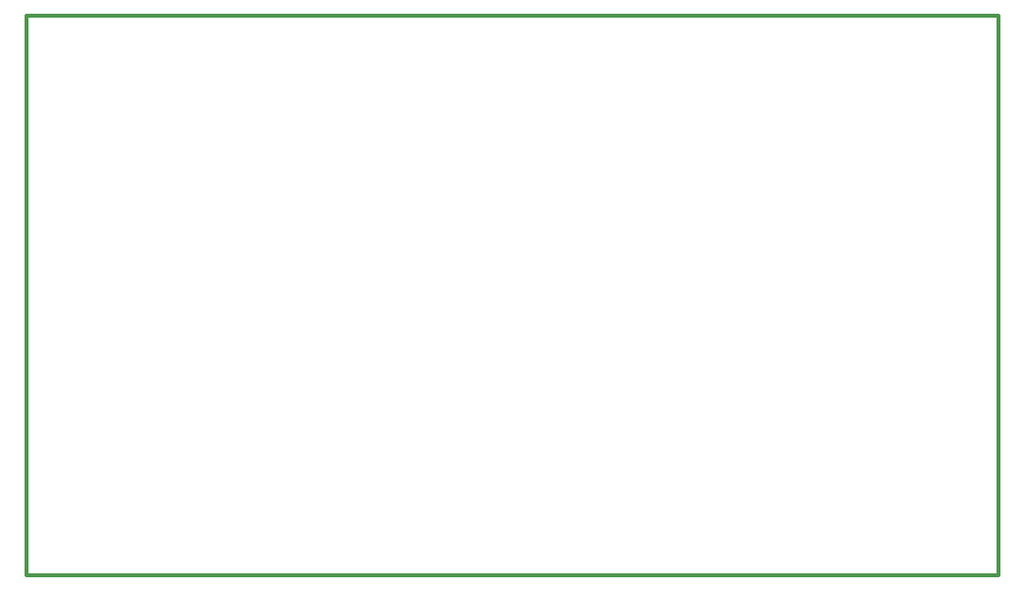
<source format=gbr>
G04 #@! TF.FileFunction,Profile,NP*
%FSLAX46Y46*%
G04 Gerber Fmt 4.6, Leading zero omitted, Abs format (unit mm)*
G04 Created by KiCad (PCBNEW 4.0.5+dfsg1-4) date Sun Mar 26 16:44:12 2017*
%MOMM*%
%LPD*%
G01*
G04 APERTURE LIST*
%ADD10C,0.100000*%
%ADD11C,0.300000*%
G04 APERTURE END LIST*
D10*
D11*
X94100000Y-61420000D02*
X94100000Y-109680000D01*
X177920000Y-61420000D02*
X94100000Y-61420000D01*
X177920000Y-109680000D02*
X177920000Y-61420000D01*
X94100000Y-109680000D02*
X177920000Y-109680000D01*
M02*

</source>
